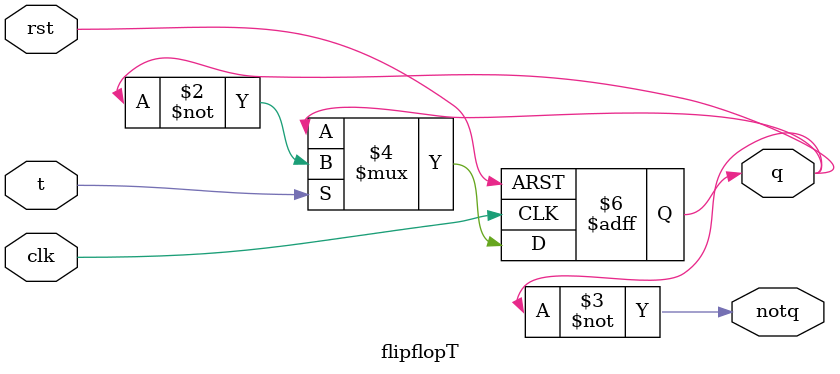
<source format=v>
module flipflopT(
    input t,
    input clk,
    input rst,
    output reg q,
    output notq
);

always @(posedge clk, posedge rst) 
begin
    if(rst)
        q <= 0;
    else
        if(t)
            q <= ~q;
end

assign notq = ~q;

endmodule
</source>
